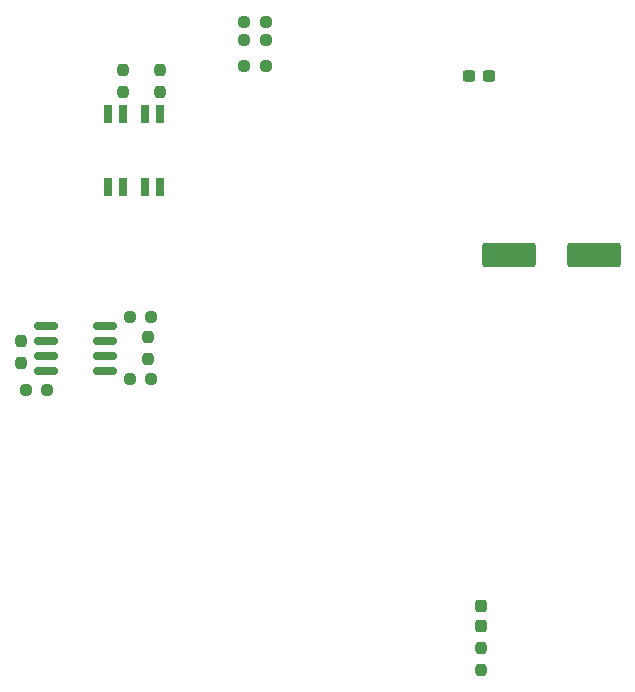
<source format=gbr>
%TF.GenerationSoftware,KiCad,Pcbnew,(7.0.0)*%
%TF.CreationDate,2023-03-26T01:31:24-04:00*%
%TF.ProjectId,PicoDMXStepper,5069636f-444d-4585-9374-65707065722e,v1*%
%TF.SameCoordinates,Original*%
%TF.FileFunction,Paste,Top*%
%TF.FilePolarity,Positive*%
%FSLAX46Y46*%
G04 Gerber Fmt 4.6, Leading zero omitted, Abs format (unit mm)*
G04 Created by KiCad (PCBNEW (7.0.0)) date 2023-03-26 01:31:24*
%MOMM*%
%LPD*%
G01*
G04 APERTURE LIST*
G04 Aperture macros list*
%AMRoundRect*
0 Rectangle with rounded corners*
0 $1 Rounding radius*
0 $2 $3 $4 $5 $6 $7 $8 $9 X,Y pos of 4 corners*
0 Add a 4 corners polygon primitive as box body*
4,1,4,$2,$3,$4,$5,$6,$7,$8,$9,$2,$3,0*
0 Add four circle primitives for the rounded corners*
1,1,$1+$1,$2,$3*
1,1,$1+$1,$4,$5*
1,1,$1+$1,$6,$7*
1,1,$1+$1,$8,$9*
0 Add four rect primitives between the rounded corners*
20,1,$1+$1,$2,$3,$4,$5,0*
20,1,$1+$1,$4,$5,$6,$7,0*
20,1,$1+$1,$6,$7,$8,$9,0*
20,1,$1+$1,$8,$9,$2,$3,0*%
G04 Aperture macros list end*
%ADD10RoundRect,0.250001X1.999999X0.799999X-1.999999X0.799999X-1.999999X-0.799999X1.999999X-0.799999X0*%
%ADD11RoundRect,0.237500X-0.300000X-0.237500X0.300000X-0.237500X0.300000X0.237500X-0.300000X0.237500X0*%
%ADD12RoundRect,0.237500X-0.250000X-0.237500X0.250000X-0.237500X0.250000X0.237500X-0.250000X0.237500X0*%
%ADD13RoundRect,0.237500X0.237500X-0.250000X0.237500X0.250000X-0.237500X0.250000X-0.237500X-0.250000X0*%
%ADD14RoundRect,0.237500X-0.237500X0.250000X-0.237500X-0.250000X0.237500X-0.250000X0.237500X0.250000X0*%
%ADD15R,0.800000X1.500000*%
%ADD16RoundRect,0.237500X0.250000X0.237500X-0.250000X0.237500X-0.250000X-0.237500X0.250000X-0.237500X0*%
%ADD17RoundRect,0.237500X0.237500X-0.287500X0.237500X0.287500X-0.237500X0.287500X-0.237500X-0.287500X0*%
%ADD18RoundRect,0.150000X-0.825000X-0.150000X0.825000X-0.150000X0.825000X0.150000X-0.825000X0.150000X0*%
G04 APERTURE END LIST*
D10*
%TO.C,C1*%
X166144400Y-105855800D03*
X158944400Y-105855800D03*
%TD*%
D11*
%TO.C,C2*%
X155550700Y-90703400D03*
X157275700Y-90703400D03*
%TD*%
D12*
%TO.C,R9*%
X136526900Y-89789000D03*
X138351900Y-89789000D03*
%TD*%
D13*
%TO.C,R1*%
X156591000Y-140942700D03*
X156591000Y-139117700D03*
%TD*%
D12*
%TO.C,R7*%
X136526900Y-86106000D03*
X138351900Y-86106000D03*
%TD*%
D14*
%TO.C,R10*%
X129387600Y-90171900D03*
X129387600Y-91996900D03*
%TD*%
%TO.C,R5*%
X117627400Y-113133500D03*
X117627400Y-114958500D03*
%TD*%
D15*
%TO.C,U5*%
X126314199Y-93852199D03*
X125044199Y-93852199D03*
X125044199Y-100102199D03*
X126314199Y-100102199D03*
%TD*%
D16*
%TO.C,R6*%
X119860700Y-117297200D03*
X118035700Y-117297200D03*
%TD*%
D14*
%TO.C,R11*%
X126314200Y-90171900D03*
X126314200Y-91996900D03*
%TD*%
D17*
%TO.C,D1*%
X156591000Y-137255200D03*
X156591000Y-135505200D03*
%TD*%
D15*
%TO.C,U4*%
X129387599Y-93852199D03*
X128117599Y-93852199D03*
X128117599Y-100102199D03*
X129387599Y-100102199D03*
%TD*%
D16*
%TO.C,R4*%
X128696791Y-111098391D03*
X126871791Y-111098391D03*
%TD*%
D12*
%TO.C,R8*%
X136526900Y-87655400D03*
X138351900Y-87655400D03*
%TD*%
D18*
%TO.C,U3*%
X119783291Y-111834991D03*
X119783291Y-113104991D03*
X119783291Y-114374991D03*
X119783291Y-115644991D03*
X124733291Y-115644991D03*
X124733291Y-114374991D03*
X124733291Y-113104991D03*
X124733291Y-111834991D03*
%TD*%
D12*
%TO.C,R2*%
X126871791Y-116356191D03*
X128696791Y-116356191D03*
%TD*%
D13*
%TO.C,R3*%
X128397000Y-114627091D03*
X128397000Y-112802091D03*
%TD*%
M02*

</source>
